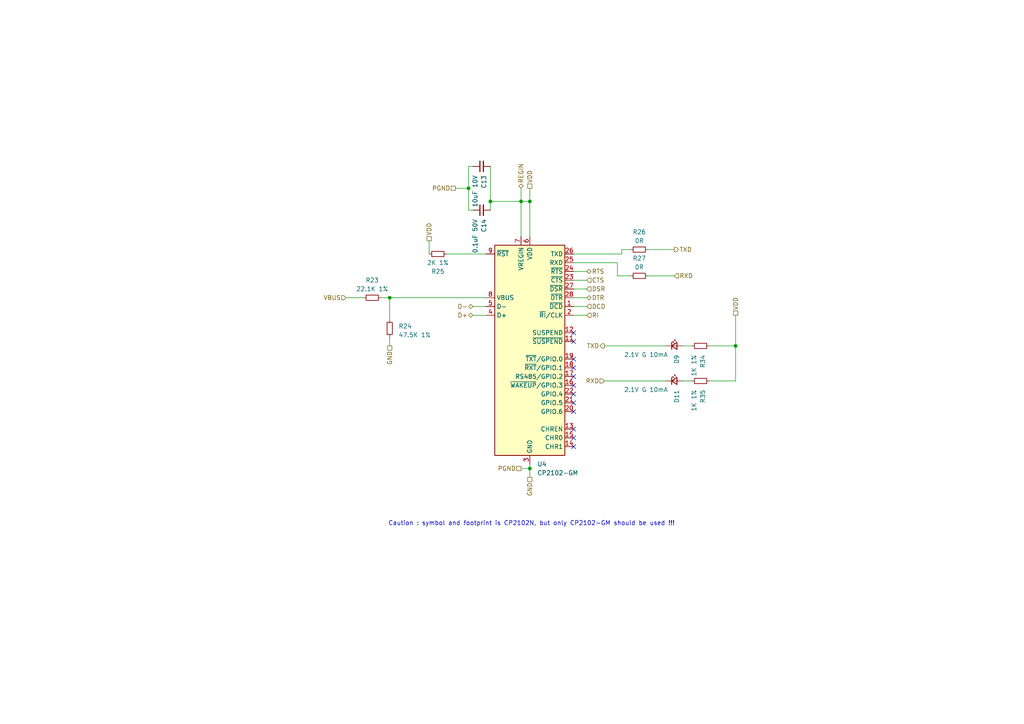
<source format=kicad_sch>
(kicad_sch (version 20250114) (generator "eeschema") (generator_version "9.0")
  (paper "A4")
  (title_block (title "AiO-i2s-DAC") (date "2025-05-18") (rev "0.1.2") (company "Martin Roger"))
  (lib_symbols
    (symbol "Device:C_Small" (pin_numbers (hide yes)) (pin_names (offset 0.254) (hide yes))
      (property "Reference" "C" (at 0.254 1.778 0))
      (property "Value" "C_Small" (at 0.254 -2.032 0))
      (symbol "C_Small_0_1"
        (polyline (pts (xy -1.524 0.508) (xy 1.524 0.508)) (stroke (width 0.3048)))
        (polyline (pts (xy -1.524 -0.508) (xy 1.524 -0.508)) (stroke (width 0.3302)))
      )
      (symbol "C_Small_1_1"
        (pin passive line (at 0 2.54 270) (length 2.032) (name "~") (number "1"))
        (pin passive line (at 0 -2.54 90) (length 2.032) (name "~") (number "2"))
      )
    )
    (symbol "Device:LED_Small" (pin_numbers (hide yes)) (pin_names (offset 0.254) (hide yes))
      (property "Reference" "D" (at -1.27 3.175 0))
      (property "Value" "LED_Small" (at -4.445 -2.54 0))
      (symbol "LED_Small_0_1"
        (polyline (pts (xy -0.762 -1.016) (xy -0.762 1.016)) (stroke (width 0.254)))
        (polyline (pts (xy 0 0.762) (xy -0.508 1.27) (xy -0.254 1.27) (xy -0.508 1.27) (xy -0.508 1.016)))
        (polyline (pts (xy 0.508 1.27) (xy 0 1.778) (xy 0.254 1.778) (xy 0 1.778) (xy 0 1.524)))
        (polyline (pts (xy 0.762 -1.016) (xy -0.762 0) (xy 0.762 1.016) (xy 0.762 -1.016)) (stroke (width 0.254)))
        (polyline (pts (xy 1.016 0) (xy -0.762 0)))
      )
      (symbol "LED_Small_1_1"
        (pin passive line (at -2.54 0 0) (length 1.778) (name "K") (number "1"))
        (pin passive line (at 2.54 0 180) (length 1.778) (name "A") (number "2"))
      )
    )
    (symbol "Device:R_Small" (pin_numbers (hide yes)) (pin_names (offset 0.254) (hide yes))
      (property "Reference" "R" (at 0.762 0.508 0))
      (property "Value" "R_Small" (at 0.762 -1.016 0))
      (symbol "R_Small_0_1"
        (rectangle (start -0.762 1.778) (end 0.762 -1.778) (stroke (width 0.2032)))
      )
      (symbol "R_Small_1_1"
        (pin passive line (at 0 2.54 270) (length 0.762) (name "~") (number "1"))
        (pin passive line (at 0 -2.54 90) (length 0.762) (name "~") (number "2"))
      )
    )
    (symbol "Interface_USB:CP2102N-Axx-xQFN28"
      (property "Reference" "U" (at -8.89 31.75 0))
      (property "Value" "CP2102N-Axx-xQFN28" (at 12.7 31.75 0))
      (symbol "CP2102N-Axx-xQFN28_0_1"
        (rectangle (start -10.16 30.48) (end 10.16 -30.48) (stroke (width 0.254)) (fill (type background)))
      )
      (symbol "CP2102N-Axx-xQFN28_1_1"
        (pin input line (at -12.7 27.94 0) (length 2.54) (name "~{RST}") (number "9"))
        (pin input line (at -12.7 15.24 0) (length 2.54) (name "VBUS") (number "8"))
        (pin bidirectional line (at -12.7 12.7 0) (length 2.54) (name "D-") (number "5"))
        (pin bidirectional line (at -12.7 10.16 0) (length 2.54) (name "D+") (number "4"))
        (pin no_connect line (at -10.16 -27.94 0) (length 2.54) (hide yes) (name "NC") (number "10"))
        (pin power_in line (at -2.54 33.02 270) (length 2.54) (name "VREGIN") (number "7"))
        (pin power_in line (at 0 33.02 270) (length 2.54) (name "VDD") (number "6"))
        (pin passive line (at 0 -33.02 90) (length 2.54) (hide yes) (name "GND") (number "29"))
        (pin power_in line (at 0 -33.02 90) (length 2.54) (name "GND") (number "3"))
        (pin output line (at 12.7 27.94 180) (length 2.54) (name "TXD") (number "26"))
        (pin input line (at 12.7 25.4 180) (length 2.54) (name "RXD") (number "25"))
        (pin output line (at 12.7 22.86 180) (length 2.54) (name "~{RTS}") (number "24"))
        (pin input line (at 12.7 20.32 180) (length 2.54) (name "~{CTS}") (number "23"))
        (pin input line (at 12.7 17.78 180) (length 2.54) (name "~{DSR}") (number "27"))
        (pin output line (at 12.7 15.24 180) (length 2.54) (name "~{DTR}") (number "28"))
        (pin input line (at 12.7 12.7 180) (length 2.54) (name "~{DCD}") (number "1"))
        (pin bidirectional line (at 12.7 10.16 180) (length 2.54) (name "~{RI}/CLK") (number "2"))
        (pin output line (at 12.7 5.08 180) (length 2.54) (name "SUSPEND") (number "12"))
        (pin output line (at 12.7 2.54 180) (length 2.54) (name "~{SUSPEND}") (number "11"))
        (pin bidirectional line (at 12.7 -2.54 180) (length 2.54) (name "~{TXT}/GPIO.0") (number "19"))
        (pin bidirectional line (at 12.7 -5.08 180) (length 2.54) (name "~{RXT}/GPIO.1") (number "18"))
        (pin bidirectional line (at 12.7 -7.62 180) (length 2.54) (name "RS485/GPIO.2") (number "17"))
        (pin bidirectional line (at 12.7 -10.16 180) (length 2.54) (name "~{WAKEUP}/GPIO.3") (number "16"))
        (pin bidirectional line (at 12.7 -12.7 180) (length 2.54) (name "GPIO.4") (number "22"))
        (pin bidirectional line (at 12.7 -15.24 180) (length 2.54) (name "GPIO.5") (number "21"))
        (pin bidirectional line (at 12.7 -17.78 180) (length 2.54) (name "GPIO.6") (number "20"))
        (pin output line (at 12.7 -22.86 180) (length 2.54) (name "CHREN") (number "13"))
        (pin output line (at 12.7 -25.4 180) (length 2.54) (name "CHR0") (number "15"))
        (pin output line (at 12.7 -27.94 180) (length 2.54) (name "CHR1") (number "14"))
      )
    )
  )
  (text "Caution : symbol and footprint is CP2102N, but only CP2102-GM should be used !!!" (at 154.178 151.892 0) (effects (font (size 1.27 1.27))))
  (junction (at 142.24 58.42))
  (junction (at 113.03 86.36))
  (junction (at 153.67 58.42))
  (junction (at 135.89 54.61))
  (junction (at 153.67 135.89))
  (junction (at 151.13 58.42))
  (junction (at 213.36 100.33))
  (no_connect (at 166.37 104.14))
  (no_connect (at 166.37 116.84))
  (no_connect (at 166.37 119.38))
  (no_connect (at 166.37 99.06))
  (no_connect (at 166.37 124.46))
  (no_connect (at 166.37 109.22))
  (no_connect (at 166.37 127))
  (no_connect (at 166.37 96.52))
  (no_connect (at 166.37 129.54))
  (no_connect (at 166.37 106.68))
  (no_connect (at 166.37 111.76))
  (no_connect (at 166.37 114.3))
  (wire (pts (xy 153.67 134.62) (xy 153.67 135.89)))
  (wire (pts (xy 129.54 73.66) (xy 140.97 73.66)))
  (wire (pts (xy 135.89 48.26) (xy 137.16 48.26)))
  (wire (pts (xy 137.16 91.44) (xy 140.97 91.44)))
  (wire (pts (xy 153.67 58.42) (xy 153.67 68.58)))
  (wire (pts (xy 151.13 54.61) (xy 151.13 58.42)))
  (wire (pts (xy 200.66 100.33) (xy 198.12 100.33)))
  (wire (pts (xy 135.89 54.61) (xy 135.89 60.96)))
  (wire (pts (xy 135.89 48.26) (xy 135.89 54.61)))
  (wire (pts (xy 151.13 58.42) (xy 151.13 68.58)))
  (wire (pts (xy 205.74 110.49) (xy 213.36 110.49)))
  (wire (pts (xy 200.66 110.49) (xy 198.12 110.49)))
  (wire (pts (xy 153.67 135.89) (xy 153.67 138.43)))
  (wire (pts (xy 137.16 88.9) (xy 140.97 88.9)))
  (wire (pts (xy 213.36 91.44) (xy 213.36 100.33)))
  (wire (pts (xy 187.96 80.01) (xy 195.58 80.01)))
  (wire (pts (xy 166.37 81.28) (xy 170.18 81.28)))
  (wire (pts (xy 193.04 110.49) (xy 175.26 110.49)))
  (wire (pts (xy 213.36 100.33) (xy 205.74 100.33)))
  (wire (pts (xy 166.37 78.74) (xy 170.18 78.74)))
  (wire (pts (xy 151.13 58.42) (xy 153.67 58.42)))
  (wire (pts (xy 153.67 54.61) (xy 153.67 58.42)))
  (wire (pts (xy 179.07 76.2) (xy 166.37 76.2)))
  (wire (pts (xy 151.13 135.89) (xy 153.67 135.89)))
  (wire (pts (xy 180.34 72.39) (xy 182.88 72.39)))
  (wire (pts (xy 193.04 100.33) (xy 175.26 100.33)))
  (wire (pts (xy 113.03 86.36) (xy 140.97 86.36)))
  (wire (pts (xy 179.07 80.01) (xy 179.07 76.2)))
  (wire (pts (xy 142.24 48.26) (xy 142.24 58.42)))
  (wire (pts (xy 132.08 54.61) (xy 135.89 54.61)))
  (wire (pts (xy 166.37 86.36) (xy 170.18 86.36)))
  (wire (pts (xy 100.33 86.36) (xy 105.41 86.36)))
  (wire (pts (xy 113.03 86.36) (xy 113.03 92.71)))
  (wire (pts (xy 213.36 110.49) (xy 213.36 100.33)))
  (wire (pts (xy 195.58 72.39) (xy 187.96 72.39)))
  (wire (pts (xy 113.03 97.79) (xy 113.03 100.33)))
  (wire (pts (xy 166.37 91.44) (xy 170.18 91.44)))
  (wire (pts (xy 166.37 83.82) (xy 170.18 83.82)))
  (wire (pts (xy 110.49 86.36) (xy 113.03 86.36)))
  (wire (pts (xy 142.24 58.42) (xy 151.13 58.42)))
  (wire (pts (xy 135.89 60.96) (xy 137.16 60.96)))
  (wire (pts (xy 179.07 80.01) (xy 182.88 80.01)))
  (wire (pts (xy 166.37 88.9) (xy 170.18 88.9)))
  (wire (pts (xy 180.34 73.66) (xy 166.37 73.66)))
  (wire (pts (xy 142.24 58.42) (xy 142.24 60.96)))
  (wire (pts (xy 180.34 72.39) (xy 180.34 73.66)))
  (wire (pts (xy 124.46 69.85) (xy 124.46 73.66)))
  (hierarchical_label "TXD" (shape output) (at 195.58 72.39 0))
  (hierarchical_label "DTR" (shape bidirectional) (at 170.18 86.36 0))
  (hierarchical_label "GND" (shape passive) (at 113.03 100.33 270))
  (hierarchical_label "RI" (shape input) (at 170.18 91.44 0))
  (hierarchical_label "RXD" (shape input) (at 175.26 110.49 180))
  (hierarchical_label "CTS" (shape input) (at 170.18 81.28 0))
  (hierarchical_label "GND" (shape passive) (at 153.67 138.43 270))
  (hierarchical_label "PGND" (shape passive) (at 151.13 135.89 180))
  (hierarchical_label "RTS" (shape bidirectional) (at 170.18 78.74 0))
  (hierarchical_label "VBUS" (shape input) (at 100.33 86.36 180))
  (hierarchical_label "D+" (shape bidirectional) (at 137.16 91.44 180))
  (hierarchical_label "TXD" (shape output) (at 175.26 100.33 180))
  (hierarchical_label "DCD" (shape input) (at 170.18 88.9 0))
  (hierarchical_label "VDD" (shape passive) (at 213.36 91.44 90))
  (hierarchical_label "REGIN" (shape bidirectional) (at 151.13 54.61 90))
  (hierarchical_label "RXD" (shape input) (at 195.58 80.01 0))
  (hierarchical_label "VDD" (shape passive) (at 153.67 54.61 90))
  (hierarchical_label "DSR" (shape input) (at 170.18 83.82 0))
  (hierarchical_label "D-" (shape bidirectional) (at 137.16 88.9 180))
  (hierarchical_label "VDD" (shape passive) (at 124.46 69.85 90))
  (hierarchical_label "PGND" (shape passive) (at 132.08 54.61 180))
  (symbol (lib_id "Device:R_Small") (at 203.2 100.33 270) (unit 1)
    (property "Reference" "R34" (at 203.835 102.87 0) (effects (justify left)))
    (property "Value" "1K 1%" (at 201.295 102.87 0) (effects (justify left)))
    (property "Footprint" "Resistor_SMD:R_0603_1608Metric" (effects (hide yes)))
    (property "Datasheet" "https://www.yageo.com/upload/media/product/products/datasheet/rchip/PYu-RC_Group_51_RoHS_L_12.pdf" (effects (hide yes)))
    (property "Description" "RES 1K OHM 1% 1/10W 0603" (effects (hide yes)))
    (property "Manufacturer_Name" "YAGEO" (effects (hide yes)))
    (property "Manufacturer_Part_Number" "RC0603FR-071KL" (effects (hide yes)))
    (property "Type" "SMD" (effects (hide yes)))
    (instances (project "AiO-i2s-DAC" (path "" (reference "R34") (unit 1)) (path "" (reference "R1") (unit 1))))
  )
  (symbol (lib_id "Device:C_Small") (at 139.7 60.96 90) (unit 1)
    (property "Reference" "C14" (at 140.3414 63.5 0) (effects (justify right)))
    (property "Value" "0.1uF 50V" (at 137.8014 63.5 0) (effects (justify right)))
    (property "Footprint" "Capacitor_SMD:C_0603_1608Metric" (effects (hide yes)))
    (property "Datasheet" "https://mm.digikey.com/Volume0/opasdata/d220001/medias/docus/609/CL10B104KB8NNNC_Spec.pdf" (effects (hide yes)))
    (property "Description" "CAP CER 0.1UF 50V X7R 0603" (effects (hide yes)))
    (property "Manufacturer_Name" "Samsung Electro-Mechanics" (effects (hide yes)))
    (property "Manufacturer_Part_Number" "CL10B104KB8NNNC" (effects (hide yes)))
    (property "Type" "SMD" (effects (hide yes)))
    (instances (project "AiO-i2s-DAC" (path "" (reference "C14") (unit 1)) (path "" (reference "C11") (unit 1))))
  )
  (symbol (lib_id "Device:LED_Small") (at 195.58 110.49 0) (unit 1)
    (property "Reference" "D11" (at 196.2785 113.03 90) (effects (justify right)))
    (property "Value" "2.1V G 10mA" (at 193.7385 113.03 0) (effects (justify right)))
    (property "Footprint" "LED_SMD:LED_0603_1608Metric" (effects (hide yes)))
    (property "Datasheet" "https://mm.digikey.com/Volume0/opasdata/d220001/medias/docus/858/LTST-C190GKT.pdf" (effects (hide yes)))
    (property "Description" "LED GREEN CLEAR CHIP SMD" (effects (hide yes)))
    (property "Manufacturer_Name" "Lite-On Inc." (effects (hide yes)))
    (property "Manufacturer_Part_Number" "LTST-C190GKT" (effects (hide yes)))
    (property "Type" "SMD" (effects (hide yes)))
    (instances (project "AiO-i2s-DAC" (path "" (reference "D11") (unit 1)) (path "" (reference "D2") (unit 1))) (project "ipodesp32 PL2303" (path "" (reference "D3") (unit 1))))
  )
  (symbol (lib_id "Device:LED_Small") (at 195.58 100.33 0) (unit 1)
    (property "Reference" "D9" (at 196.2785 102.87 90) (effects (justify right)))
    (property "Value" "2.1V G 10mA" (at 193.7385 102.87 0) (effects (justify right)))
    (property "Footprint" "LED_SMD:LED_0603_1608Metric" (effects (hide yes)))
    (property "Datasheet" "https://mm.digikey.com/Volume0/opasdata/d220001/medias/docus/858/LTST-C190GKT.pdf" (effects (hide yes)))
    (property "Description" "LED GREEN CLEAR CHIP SMD" (effects (hide yes)))
    (property "Manufacturer_Name" "Lite-On Inc." (effects (hide yes)))
    (property "Manufacturer_Part_Number" "LTST-C190GKT" (effects (hide yes)))
    (property "Type" "SMD" (effects (hide yes)))
    (instances (project "AiO-i2s-DAC" (path "" (reference "D9") (unit 1)) (path "" (reference "D1") (unit 1))) (project "ipodesp32 PL2303" (path "" (reference "D3") (unit 1))))
  )
  (symbol (lib_id "Device:R_Small") (at 185.42 80.01 90) (unit 1)
    (property "Reference" "R27" (at 185.42 74.93 90))
    (property "Value" "0R" (at 185.42 77.47 90))
    (property "Footprint" "Resistor_SMD:R_0603_1608Metric" (effects (hide yes)))
    (property "Datasheet" "https://www.seielect.com/catalog/sei-rmcf_rmcp.pdf" (effects (hide yes)))
    (property "Description" "RES 0 OHM JUMPER 1/10W 0603" (effects (hide yes)))
    (property "Manufacturer_Name" "StackPole Electronics" (effects (hide yes)))
    (property "Manufacturer_Part_Number" "RMCF0603ZT0R00" (effects (hide yes)))
    (property "Type" "SMD" (effects (hide yes)))
    (instances (project "AiO-i2s-DAC" (path "" (reference "R27") (unit 1)) (path "" (reference "R19") (unit 1))))
  )
  (symbol (lib_id "Device:C_Small") (at 139.7 48.26 90) (unit 1)
    (property "Reference" "C13" (at 140.3414 50.8 0) (effects (justify right)))
    (property "Value" "10uF 10V" (at 137.8014 50.8 0) (effects (justify right)))
    (property "Footprint" "Capacitor_SMD:C_0603_1608Metric" (effects (hide yes)))
    (property "Datasheet" "https://mm.digikey.com/Volume0/opasdata/d220001/medias/docus/43/CL10A106KP8NNNC_Spec.pdf" (effects (hide yes)))
    (property "Description" "CAP CER 10UF 10V X5R 0603" (effects (hide yes)))
    (property "Manufacturer_Name" "Samsung Electro-Mechanics" (effects (hide yes)))
    (property "Manufacturer_Part_Number" "CL10A106KP8NNNC" (effects (hide yes)))
    (property "Type" "SMD" (effects (hide yes)))
    (instances (project "AiO-i2s-DAC" (path "" (reference "C13") (unit 1)) (path "" (reference "C10") (unit 1))))
  )
  (symbol (lib_id "Device:R_Small") (at 107.95 86.36 90) (unit 1)
    (property "Reference" "R23" (at 107.95 81.28 90))
    (property "Value" "22.1K 1%" (at 107.95 83.82 90))
    (property "Footprint" "Resistor_SMD:R_0603_1608Metric" (effects (hide yes)))
    (property "Datasheet" "https://www.seielect.com/catalog/sei-rmcf_rmcp.pdf" (effects (hide yes)))
    (property "Description" "RES 22.1K OHM 1% 1/10W 0603" (effects (hide yes)))
    (property "Manufacturer_Name" "StackPole Electronics" (effects (hide yes)))
    (property "Manufacturer_Part_Number" "RMCF0603FT22K1" (effects (hide yes)))
    (property "Type" "SMD" (effects (hide yes)))
    (instances (project "AiO-i2s-DAC" (path "" (reference "R23") (unit 1)) (path "" (reference "R15") (unit 1))))
  )
  (symbol (lib_id "Device:R_Small") (at 203.2 110.49 270) (unit 1)
    (property "Reference" "R35" (at 203.835 113.03 0) (effects (justify left)))
    (property "Value" "1K 1%" (at 201.295 113.03 0) (effects (justify left)))
    (property "Footprint" "Resistor_SMD:R_0603_1608Metric" (effects (hide yes)))
    (property "Datasheet" "https://www.yageo.com/upload/media/product/products/datasheet/rchip/PYu-RC_Group_51_RoHS_L_12.pdf" (effects (hide yes)))
    (property "Description" "RES 1K OHM 1% 1/10W 0603" (effects (hide yes)))
    (property "Manufacturer_Name" "YAGEO" (effects (hide yes)))
    (property "Manufacturer_Part_Number" "RC0603FR-071KL" (effects (hide yes)))
    (property "Type" "SMD" (effects (hide yes)))
    (instances (project "AiO-i2s-DAC" (path "" (reference "R35") (unit 1)) (path "" (reference "R2") (unit 1))))
  )
  (symbol (lib_id "Device:R_Small") (at 185.42 72.39 90) (unit 1)
    (property "Reference" "R26" (at 185.42 67.31 90))
    (property "Value" "0R" (at 185.42 69.85 90))
    (property "Footprint" "Resistor_SMD:R_0603_1608Metric" (effects (hide yes)))
    (property "Datasheet" "https://www.seielect.com/catalog/sei-rmcf_rmcp.pdf" (effects (hide yes)))
    (property "Description" "RES 0 OHM JUMPER 1/10W 0603" (effects (hide yes)))
    (property "Manufacturer_Name" "StackPole Electronics" (effects (hide yes)))
    (property "Manufacturer_Part_Number" "RMCF0603ZT0R00" (effects (hide yes)))
    (property "Type" "SMD" (effects (hide yes)))
    (instances (project "AiO-i2s-DAC" (path "" (reference "R26") (unit 1)) (path "" (reference "R18") (unit 1))))
  )
  (symbol (lib_id "Device:R_Small") (at 127 73.66 90) (mirror x) (unit 1)
    (property "Reference" "R25" (at 127 78.74 90))
    (property "Value" "2K 1%" (at 127 76.2 90))
    (property "Footprint" "Resistor_SMD:R_0603_1608Metric" (effects (hide yes)))
    (property "Datasheet" "https://www.seielect.com/catalog/sei-rmcf_rmcp.pdf" (effects (hide yes)))
    (property "Description" "RES 2K OHM 1% 1/10W 0603" (effects (hide yes)))
    (property "Manufacturer_Name" "StackPole Electronics" (effects (hide yes)))
    (property "Manufacturer_Part_Number" "RMCF0603FT2K00" (effects (hide yes)))
    (property "Type" "SMD" (effects (hide yes)))
    (instances (project "AiO-i2s-DAC" (path "" (reference "R25") (unit 1)) (path "" (reference "R17") (unit 1))))
  )
  (symbol (lib_id "Device:R_Small") (at 113.03 95.25 0) (unit 1)
    (property "Reference" "R24" (at 115.57 94.615 0) (effects (justify left)))
    (property "Value" "47.5K 1%" (at 115.57 97.155 0) (effects (justify left)))
    (property "Footprint" "Resistor_SMD:R_0603_1608Metric" (effects (hide yes)))
    (property "Datasheet" "https://industrial.panasonic.com/cdbs/www-data/pdf/RDA0000/AOA0000C304.pdf" (effects (hide yes)))
    (property "Description" "RES SMD 47.5K OHM 1% 1/10W 0603" (effects (hide yes)))
    (property "Manufacturer_Name" "Panasonic Electronic Components" (effects (hide yes)))
    (property "Manufacturer_Part_Number" "ERJ-3EKF4752V" (effects (hide yes)))
    (property "Type" "SMD" (effects (hide yes)))
    (instances (project "AiO-i2s-DAC" (path "" (reference "R24") (unit 1)) (path "" (reference "R16") (unit 1))))
  )
  (symbol (lib_id "Interface_USB:CP2102N-Axx-xQFN28") (at 153.67 101.6 0) (unit 1)
    (property "Reference" "U4" (at 155.8133 134.62 0) (effects (justify left)))
    (property "Value" "CP2102-GM" (at 155.8133 137.16 0) (effects (justify left)))
    (property "Footprint" "Package_DFN_QFN:QFN-28-1EP_5x5mm_P0.5mm_EP3.35x3.35mm" (effects (hide yes)))
    (property "Datasheet" "https://www.silabs.com/documents/public/data-sheets/CP2102-9.pdf" (effects (hide yes)))
    (property "Description" "IC USB TO UART BRIDGE QFN28" (effects (hide yes)))
    (property "Manufacturer_Name" "Silicon Labs" (effects (hide yes)))
    (property "Manufacturer_Part_Number" "CP2102-GM" (effects (hide yes)))
    (property "Type" "SMD" (effects (hide yes)))
    (instances (project "AiO-i2s-DAC" (path "" (reference "U4") (unit 1)) (path "" (reference "U3") (unit 1))))
  )
)
</source>
